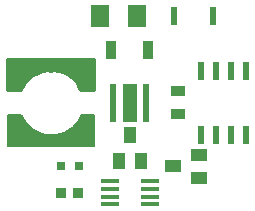
<source format=gtp>
G75*
%MOIN*%
%OFA0B0*%
%FSLAX25Y25*%
%IPPOS*%
%LPD*%
%AMOC8*
5,1,8,0,0,1.08239X$1,22.5*
%
%ADD10R,0.05118X0.03543*%
%ADD11R,0.02165X0.05906*%
%ADD12R,0.03937X0.05512*%
%ADD13R,0.01969X0.12992*%
%ADD14R,0.05118X0.12992*%
%ADD15R,0.05000X0.05000*%
%ADD16C,0.01200*%
%ADD17C,0.00160*%
%ADD18C,0.00500*%
%ADD19R,0.06299X0.07480*%
%ADD20R,0.03543X0.06299*%
%ADD21R,0.06299X0.01181*%
%ADD22R,0.03740X0.03740*%
%ADD23R,0.03150X0.03150*%
%ADD24R,0.05512X0.03937*%
D10*
X0072332Y0044110D03*
X0072332Y0051590D03*
D11*
X0079832Y0058480D03*
X0084832Y0058480D03*
X0089832Y0058480D03*
X0094832Y0058480D03*
X0083730Y0076600D03*
X0070935Y0076600D03*
X0079832Y0037220D03*
X0084832Y0037220D03*
X0089832Y0037220D03*
X0094832Y0037220D03*
D12*
X0059823Y0028519D03*
X0052342Y0028519D03*
X0056082Y0037181D03*
D13*
X0050571Y0047850D03*
X0061594Y0047850D03*
D14*
X0056082Y0047850D03*
D15*
X0018021Y0036039D03*
X0018021Y0059661D03*
D16*
X0015462Y0059180D02*
X0044202Y0059180D01*
X0044202Y0057982D02*
X0034738Y0057982D01*
X0034954Y0057903D02*
X0033724Y0058349D01*
X0032439Y0058597D01*
X0031131Y0058641D01*
X0029832Y0058480D01*
X0028526Y0058688D01*
X0027204Y0058680D01*
X0025900Y0058454D01*
X0024652Y0058018D01*
X0023492Y0057383D01*
X0022452Y0056566D01*
X0021559Y0055589D01*
X0020840Y0054479D01*
X0020312Y0053267D01*
X0019990Y0051984D01*
X0015462Y0051984D01*
X0015462Y0062220D01*
X0044202Y0062220D01*
X0044202Y0051984D01*
X0039675Y0051984D01*
X0039313Y0053241D01*
X0038758Y0054426D01*
X0038025Y0055510D01*
X0037131Y0056466D01*
X0036099Y0057270D01*
X0034954Y0057903D01*
X0036724Y0056783D02*
X0044202Y0056783D01*
X0044202Y0055584D02*
X0037955Y0055584D01*
X0038777Y0054386D02*
X0044202Y0054386D01*
X0044202Y0053187D02*
X0039328Y0053187D01*
X0039673Y0051989D02*
X0044202Y0051989D01*
X0044202Y0060379D02*
X0015462Y0060379D01*
X0015462Y0061577D02*
X0044202Y0061577D01*
X0024586Y0057982D02*
X0015462Y0057982D01*
X0015462Y0056783D02*
X0022728Y0056783D01*
X0021557Y0055584D02*
X0015462Y0055584D01*
X0015462Y0054386D02*
X0020799Y0054386D01*
X0020292Y0053187D02*
X0015462Y0053187D01*
X0015462Y0051989D02*
X0019991Y0051989D01*
D17*
X0018728Y0043207D02*
X0020055Y0043765D01*
X0020160Y0043527D01*
X0020272Y0043292D01*
X0020388Y0043060D01*
X0020511Y0042831D01*
X0020639Y0042605D01*
X0020773Y0042382D01*
X0020912Y0042162D01*
X0021056Y0041946D01*
X0021206Y0041733D01*
X0021360Y0041524D01*
X0021520Y0041319D01*
X0021685Y0041118D01*
X0021854Y0040921D01*
X0022028Y0040728D01*
X0022207Y0040540D01*
X0022391Y0040356D01*
X0022579Y0040176D01*
X0022771Y0040001D01*
X0022968Y0039831D01*
X0023168Y0039666D01*
X0023373Y0039505D01*
X0023581Y0039350D01*
X0023793Y0039200D01*
X0024009Y0039054D01*
X0024228Y0038915D01*
X0024450Y0038780D01*
X0024676Y0038652D01*
X0024905Y0038528D01*
X0025137Y0038410D01*
X0025371Y0038298D01*
X0025608Y0038192D01*
X0025848Y0038092D01*
X0026090Y0037997D01*
X0026335Y0037908D01*
X0026581Y0037826D01*
X0026829Y0037749D01*
X0027080Y0037679D01*
X0027331Y0037614D01*
X0027585Y0037556D01*
X0027839Y0037504D01*
X0028095Y0037458D01*
X0028352Y0037418D01*
X0028610Y0037385D01*
X0028869Y0037358D01*
X0029128Y0037337D01*
X0029387Y0037323D01*
X0029647Y0037315D01*
X0029907Y0037313D01*
X0030167Y0037318D01*
X0030426Y0037329D01*
X0030686Y0037346D01*
X0030945Y0037370D01*
X0031203Y0037400D01*
X0031460Y0037436D01*
X0031717Y0037478D01*
X0031972Y0037527D01*
X0032226Y0037582D01*
X0032479Y0037643D01*
X0032730Y0037710D01*
X0032979Y0037784D01*
X0033227Y0037863D01*
X0033472Y0037949D01*
X0033715Y0038040D01*
X0033957Y0038137D01*
X0034195Y0038240D01*
X0034431Y0038349D01*
X0034664Y0038464D01*
X0034895Y0038584D01*
X0035122Y0038710D01*
X0035346Y0038842D01*
X0035567Y0038978D01*
X0035785Y0039121D01*
X0035999Y0039268D01*
X0036209Y0039421D01*
X0036416Y0039578D01*
X0036619Y0039741D01*
X0036817Y0039909D01*
X0037012Y0040081D01*
X0037202Y0040258D01*
X0037388Y0040440D01*
X0037570Y0040626D01*
X0037746Y0040817D01*
X0037919Y0041011D01*
X0038086Y0041210D01*
X0038248Y0041413D01*
X0038406Y0041620D01*
X0038558Y0041831D01*
X0038705Y0042045D01*
X0038847Y0042263D01*
X0038983Y0042484D01*
X0039115Y0042708D01*
X0039240Y0042936D01*
X0039360Y0043167D01*
X0039474Y0043400D01*
X0039583Y0043636D01*
X0039686Y0043875D01*
X0041019Y0043332D01*
X0040903Y0043060D01*
X0040780Y0042792D01*
X0040650Y0042527D01*
X0040514Y0042265D01*
X0040372Y0042006D01*
X0040223Y0041751D01*
X0040068Y0041499D01*
X0039907Y0041252D01*
X0039740Y0041008D01*
X0039567Y0040769D01*
X0039389Y0040534D01*
X0039204Y0040303D01*
X0039014Y0040077D01*
X0038819Y0039856D01*
X0038618Y0039639D01*
X0038412Y0039428D01*
X0038201Y0039221D01*
X0037985Y0039020D01*
X0037764Y0038824D01*
X0037539Y0038633D01*
X0037309Y0038448D01*
X0037074Y0038269D01*
X0036835Y0038096D01*
X0036592Y0037928D01*
X0036345Y0037766D01*
X0036094Y0037611D01*
X0035839Y0037461D01*
X0035581Y0037318D01*
X0035319Y0037181D01*
X0035054Y0037051D01*
X0034786Y0036927D01*
X0034515Y0036810D01*
X0034241Y0036699D01*
X0033965Y0036595D01*
X0033686Y0036498D01*
X0033405Y0036408D01*
X0033122Y0036325D01*
X0032837Y0036248D01*
X0032550Y0036179D01*
X0032261Y0036116D01*
X0031971Y0036061D01*
X0031680Y0036013D01*
X0031387Y0035971D01*
X0031094Y0035937D01*
X0030800Y0035911D01*
X0030505Y0035891D01*
X0030210Y0035878D01*
X0029915Y0035873D01*
X0029620Y0035875D01*
X0029325Y0035884D01*
X0029030Y0035901D01*
X0028735Y0035924D01*
X0028442Y0035955D01*
X0028149Y0035993D01*
X0027857Y0036038D01*
X0027566Y0036090D01*
X0027277Y0036149D01*
X0026989Y0036215D01*
X0026703Y0036289D01*
X0026419Y0036369D01*
X0026137Y0036456D01*
X0025857Y0036550D01*
X0025580Y0036651D01*
X0025305Y0036758D01*
X0025032Y0036872D01*
X0024763Y0036993D01*
X0024496Y0037121D01*
X0024233Y0037254D01*
X0023973Y0037395D01*
X0023717Y0037541D01*
X0023464Y0037694D01*
X0023215Y0037853D01*
X0022970Y0038018D01*
X0022730Y0038188D01*
X0022493Y0038365D01*
X0022261Y0038547D01*
X0022033Y0038735D01*
X0021810Y0038929D01*
X0021592Y0039128D01*
X0021378Y0039332D01*
X0021170Y0039541D01*
X0020967Y0039755D01*
X0020769Y0039975D01*
X0020577Y0040199D01*
X0020390Y0040427D01*
X0020208Y0040660D01*
X0020033Y0040898D01*
X0019863Y0041139D01*
X0019699Y0041385D01*
X0019542Y0041635D01*
X0019390Y0041888D01*
X0019245Y0042145D01*
X0019106Y0042406D01*
X0018973Y0042669D01*
X0018847Y0042936D01*
X0018727Y0043206D01*
X0018867Y0043265D01*
X0018985Y0042998D01*
X0019109Y0042735D01*
X0019240Y0042474D01*
X0019378Y0042217D01*
X0019521Y0041963D01*
X0019671Y0041713D01*
X0019826Y0041466D01*
X0019988Y0041224D01*
X0020156Y0040985D01*
X0020329Y0040751D01*
X0020508Y0040521D01*
X0020693Y0040295D01*
X0020883Y0040074D01*
X0021078Y0039857D01*
X0021279Y0039646D01*
X0021484Y0039439D01*
X0021695Y0039238D01*
X0021911Y0039041D01*
X0022131Y0038850D01*
X0022356Y0038665D01*
X0022585Y0038485D01*
X0022819Y0038310D01*
X0023057Y0038142D01*
X0023299Y0037979D01*
X0023544Y0037822D01*
X0023794Y0037671D01*
X0024047Y0037526D01*
X0024304Y0037388D01*
X0024564Y0037256D01*
X0024827Y0037130D01*
X0025093Y0037011D01*
X0025362Y0036898D01*
X0025633Y0036792D01*
X0025907Y0036692D01*
X0026184Y0036600D01*
X0026462Y0036514D01*
X0026743Y0036434D01*
X0027025Y0036362D01*
X0027309Y0036297D01*
X0027595Y0036238D01*
X0027882Y0036187D01*
X0028170Y0036142D01*
X0028459Y0036105D01*
X0028749Y0036075D01*
X0029040Y0036051D01*
X0029331Y0036035D01*
X0029623Y0036026D01*
X0029914Y0036024D01*
X0030206Y0036029D01*
X0030497Y0036042D01*
X0030788Y0036061D01*
X0031078Y0036088D01*
X0031368Y0036121D01*
X0031657Y0036162D01*
X0031944Y0036210D01*
X0032231Y0036264D01*
X0032516Y0036326D01*
X0032799Y0036394D01*
X0033081Y0036470D01*
X0033360Y0036552D01*
X0033638Y0036641D01*
X0033913Y0036737D01*
X0034186Y0036840D01*
X0034457Y0036949D01*
X0034724Y0037065D01*
X0034989Y0037187D01*
X0035250Y0037316D01*
X0035509Y0037451D01*
X0035764Y0037592D01*
X0036015Y0037740D01*
X0036263Y0037893D01*
X0036507Y0038053D01*
X0036747Y0038218D01*
X0036983Y0038390D01*
X0037215Y0038567D01*
X0037442Y0038749D01*
X0037665Y0038938D01*
X0037883Y0039131D01*
X0038096Y0039330D01*
X0038305Y0039534D01*
X0038508Y0039743D01*
X0038706Y0039956D01*
X0038899Y0040175D01*
X0039087Y0040398D01*
X0039269Y0040626D01*
X0039445Y0040858D01*
X0039616Y0041095D01*
X0039781Y0041335D01*
X0039940Y0041579D01*
X0040093Y0041828D01*
X0040240Y0042080D01*
X0040380Y0042335D01*
X0040515Y0042594D01*
X0040643Y0042856D01*
X0040764Y0043121D01*
X0040880Y0043389D01*
X0040740Y0043446D01*
X0040626Y0043181D01*
X0040506Y0042919D01*
X0040380Y0042661D01*
X0040247Y0042405D01*
X0040108Y0042153D01*
X0039963Y0041905D01*
X0039812Y0041660D01*
X0039655Y0041418D01*
X0039492Y0041181D01*
X0039324Y0040947D01*
X0039149Y0040718D01*
X0038970Y0040493D01*
X0038784Y0040273D01*
X0038594Y0040057D01*
X0038398Y0039846D01*
X0038197Y0039640D01*
X0037992Y0039439D01*
X0037781Y0039242D01*
X0037566Y0039051D01*
X0037346Y0038866D01*
X0037121Y0038685D01*
X0036893Y0038511D01*
X0036660Y0038341D01*
X0036423Y0038178D01*
X0036182Y0038020D01*
X0035937Y0037869D01*
X0035689Y0037723D01*
X0035437Y0037584D01*
X0035182Y0037450D01*
X0034924Y0037323D01*
X0034662Y0037203D01*
X0034398Y0037088D01*
X0034131Y0036981D01*
X0033862Y0036879D01*
X0033590Y0036785D01*
X0033316Y0036697D01*
X0033040Y0036615D01*
X0032761Y0036541D01*
X0032482Y0036473D01*
X0032200Y0036412D01*
X0031918Y0036358D01*
X0031634Y0036311D01*
X0031349Y0036271D01*
X0031063Y0036238D01*
X0030776Y0036212D01*
X0030489Y0036192D01*
X0030201Y0036180D01*
X0029913Y0036175D01*
X0029625Y0036177D01*
X0029338Y0036186D01*
X0029050Y0036202D01*
X0028763Y0036225D01*
X0028477Y0036255D01*
X0028192Y0036292D01*
X0027907Y0036336D01*
X0027624Y0036386D01*
X0027342Y0036444D01*
X0027061Y0036509D01*
X0026782Y0036580D01*
X0026505Y0036658D01*
X0026230Y0036743D01*
X0025957Y0036835D01*
X0025687Y0036933D01*
X0025419Y0037038D01*
X0025153Y0037149D01*
X0024890Y0037267D01*
X0024631Y0037391D01*
X0024374Y0037522D01*
X0024121Y0037658D01*
X0023871Y0037801D01*
X0023624Y0037950D01*
X0023382Y0038105D01*
X0023143Y0038265D01*
X0022908Y0038432D01*
X0022677Y0038604D01*
X0022451Y0038782D01*
X0022229Y0038965D01*
X0022011Y0039154D01*
X0021799Y0039348D01*
X0021591Y0039547D01*
X0021388Y0039751D01*
X0021189Y0039959D01*
X0020997Y0040173D01*
X0020809Y0040391D01*
X0020627Y0040614D01*
X0020450Y0040841D01*
X0020279Y0041073D01*
X0020113Y0041308D01*
X0019954Y0041548D01*
X0019800Y0041791D01*
X0019652Y0042038D01*
X0019510Y0042289D01*
X0019375Y0042543D01*
X0019245Y0042800D01*
X0019122Y0043060D01*
X0019006Y0043323D01*
X0019145Y0043382D01*
X0019260Y0043122D01*
X0019382Y0042865D01*
X0019509Y0042611D01*
X0019643Y0042361D01*
X0019783Y0042113D01*
X0019929Y0041870D01*
X0020081Y0041629D01*
X0020238Y0041393D01*
X0020402Y0041160D01*
X0020571Y0040932D01*
X0020745Y0040708D01*
X0020925Y0040488D01*
X0021110Y0040272D01*
X0021301Y0040061D01*
X0021496Y0039855D01*
X0021697Y0039654D01*
X0021902Y0039458D01*
X0022112Y0039266D01*
X0022327Y0039080D01*
X0022546Y0038899D01*
X0022770Y0038724D01*
X0022997Y0038554D01*
X0023229Y0038389D01*
X0023465Y0038231D01*
X0023705Y0038078D01*
X0023948Y0037931D01*
X0024194Y0037790D01*
X0024445Y0037655D01*
X0024698Y0037526D01*
X0024954Y0037404D01*
X0025214Y0037288D01*
X0025476Y0037178D01*
X0025740Y0037074D01*
X0026007Y0036977D01*
X0026277Y0036887D01*
X0026548Y0036803D01*
X0026822Y0036726D01*
X0027097Y0036655D01*
X0027374Y0036592D01*
X0027652Y0036535D01*
X0027932Y0036485D01*
X0028213Y0036441D01*
X0028495Y0036405D01*
X0028777Y0036375D01*
X0029061Y0036353D01*
X0029344Y0036337D01*
X0029628Y0036328D01*
X0029912Y0036326D01*
X0030197Y0036331D01*
X0030480Y0036343D01*
X0030764Y0036362D01*
X0031047Y0036388D01*
X0031329Y0036421D01*
X0031611Y0036460D01*
X0031891Y0036507D01*
X0032170Y0036560D01*
X0032448Y0036620D01*
X0032724Y0036687D01*
X0032998Y0036761D01*
X0033271Y0036841D01*
X0033542Y0036928D01*
X0033810Y0037021D01*
X0034076Y0037121D01*
X0034339Y0037228D01*
X0034600Y0037340D01*
X0034858Y0037459D01*
X0035113Y0037585D01*
X0035365Y0037716D01*
X0035614Y0037854D01*
X0035859Y0037998D01*
X0036100Y0038148D01*
X0036338Y0038303D01*
X0036572Y0038464D01*
X0036802Y0038631D01*
X0037028Y0038804D01*
X0037249Y0038982D01*
X0037466Y0039165D01*
X0037679Y0039354D01*
X0037887Y0039547D01*
X0038090Y0039746D01*
X0038288Y0039950D01*
X0038482Y0040158D01*
X0038670Y0040371D01*
X0038852Y0040589D01*
X0039030Y0040810D01*
X0039202Y0041037D01*
X0039368Y0041267D01*
X0039529Y0041501D01*
X0039684Y0041740D01*
X0039833Y0041981D01*
X0039976Y0042227D01*
X0040113Y0042476D01*
X0040244Y0042728D01*
X0040369Y0042983D01*
X0040488Y0043241D01*
X0040600Y0043503D01*
X0040460Y0043560D01*
X0040349Y0043302D01*
X0040232Y0043047D01*
X0040109Y0042795D01*
X0039980Y0042546D01*
X0039844Y0042301D01*
X0039703Y0042058D01*
X0039556Y0041820D01*
X0039403Y0041585D01*
X0039244Y0041353D01*
X0039080Y0041126D01*
X0038910Y0040903D01*
X0038735Y0040684D01*
X0038555Y0040469D01*
X0038369Y0040259D01*
X0038178Y0040053D01*
X0037983Y0039852D01*
X0037782Y0039656D01*
X0037577Y0039465D01*
X0037367Y0039279D01*
X0037153Y0039098D01*
X0036934Y0038922D01*
X0036711Y0038752D01*
X0036484Y0038587D01*
X0036253Y0038428D01*
X0036019Y0038275D01*
X0035780Y0038127D01*
X0035538Y0037985D01*
X0035293Y0037849D01*
X0035044Y0037719D01*
X0034793Y0037596D01*
X0034538Y0037478D01*
X0034281Y0037367D01*
X0034021Y0037262D01*
X0033758Y0037163D01*
X0033493Y0037071D01*
X0033226Y0036985D01*
X0032957Y0036906D01*
X0032686Y0036833D01*
X0032414Y0036767D01*
X0032140Y0036708D01*
X0031864Y0036655D01*
X0031588Y0036610D01*
X0031310Y0036570D01*
X0031031Y0036538D01*
X0030752Y0036513D01*
X0030472Y0036494D01*
X0030192Y0036482D01*
X0029912Y0036477D01*
X0029631Y0036479D01*
X0029351Y0036488D01*
X0029071Y0036503D01*
X0028791Y0036526D01*
X0028512Y0036555D01*
X0028234Y0036591D01*
X0027957Y0036633D01*
X0027681Y0036683D01*
X0027406Y0036739D01*
X0027133Y0036802D01*
X0026861Y0036872D01*
X0026591Y0036948D01*
X0026323Y0037031D01*
X0026057Y0037120D01*
X0025794Y0037215D01*
X0025533Y0037318D01*
X0025274Y0037426D01*
X0025018Y0037541D01*
X0024765Y0037662D01*
X0024515Y0037789D01*
X0024268Y0037922D01*
X0024025Y0038061D01*
X0023785Y0038206D01*
X0023548Y0038357D01*
X0023315Y0038513D01*
X0023087Y0038676D01*
X0022862Y0038843D01*
X0022641Y0039016D01*
X0022425Y0039195D01*
X0022213Y0039379D01*
X0022006Y0039567D01*
X0021803Y0039761D01*
X0021605Y0039960D01*
X0021412Y0040163D01*
X0021224Y0040372D01*
X0021041Y0040584D01*
X0020864Y0040801D01*
X0020691Y0041023D01*
X0020525Y0041248D01*
X0020363Y0041478D01*
X0020208Y0041711D01*
X0020058Y0041948D01*
X0019914Y0042189D01*
X0019776Y0042433D01*
X0019644Y0042680D01*
X0019518Y0042931D01*
X0019398Y0043184D01*
X0019284Y0043441D01*
X0019423Y0043499D01*
X0019536Y0043246D01*
X0019654Y0042996D01*
X0019778Y0042749D01*
X0019909Y0042505D01*
X0020045Y0042264D01*
X0020187Y0042026D01*
X0020335Y0041792D01*
X0020489Y0041562D01*
X0020648Y0041336D01*
X0020812Y0041113D01*
X0020982Y0040895D01*
X0021158Y0040681D01*
X0021338Y0040471D01*
X0021523Y0040265D01*
X0021714Y0040065D01*
X0021909Y0039869D01*
X0022109Y0039677D01*
X0022314Y0039491D01*
X0022523Y0039310D01*
X0022736Y0039134D01*
X0022954Y0038963D01*
X0023176Y0038797D01*
X0023402Y0038637D01*
X0023631Y0038483D01*
X0023865Y0038334D01*
X0024102Y0038191D01*
X0024342Y0038054D01*
X0024585Y0037922D01*
X0024832Y0037797D01*
X0025082Y0037678D01*
X0025334Y0037564D01*
X0025590Y0037457D01*
X0025847Y0037357D01*
X0026107Y0037262D01*
X0026370Y0037174D01*
X0026634Y0037093D01*
X0026901Y0037017D01*
X0027169Y0036949D01*
X0027438Y0036887D01*
X0027710Y0036831D01*
X0027982Y0036782D01*
X0028255Y0036740D01*
X0028530Y0036705D01*
X0028805Y0036676D01*
X0029081Y0036654D01*
X0029357Y0036639D01*
X0029634Y0036630D01*
X0029911Y0036628D01*
X0030187Y0036633D01*
X0030464Y0036645D01*
X0030740Y0036663D01*
X0031016Y0036688D01*
X0031291Y0036720D01*
X0031565Y0036759D01*
X0031838Y0036804D01*
X0032109Y0036856D01*
X0032380Y0036914D01*
X0032649Y0036980D01*
X0032916Y0037051D01*
X0033182Y0037129D01*
X0033445Y0037214D01*
X0033707Y0037305D01*
X0033966Y0037402D01*
X0034222Y0037506D01*
X0034476Y0037616D01*
X0034727Y0037732D01*
X0034976Y0037854D01*
X0035221Y0037982D01*
X0035463Y0038116D01*
X0035702Y0038256D01*
X0035937Y0038402D01*
X0036169Y0038553D01*
X0036397Y0038710D01*
X0036621Y0038873D01*
X0036841Y0039041D01*
X0037056Y0039214D01*
X0037268Y0039393D01*
X0037475Y0039576D01*
X0037677Y0039765D01*
X0037875Y0039958D01*
X0038068Y0040157D01*
X0038257Y0040359D01*
X0038440Y0040567D01*
X0038618Y0040779D01*
X0038791Y0040995D01*
X0038958Y0041215D01*
X0039120Y0041440D01*
X0039277Y0041668D01*
X0039428Y0041900D01*
X0039573Y0042135D01*
X0039713Y0042374D01*
X0039846Y0042617D01*
X0039974Y0042862D01*
X0040095Y0043111D01*
X0040211Y0043362D01*
X0040320Y0043616D01*
X0040180Y0043673D01*
X0040072Y0043423D01*
X0039958Y0043175D01*
X0039838Y0042929D01*
X0039713Y0042687D01*
X0039581Y0042448D01*
X0039443Y0042212D01*
X0039300Y0041980D01*
X0039151Y0041751D01*
X0038996Y0041526D01*
X0038836Y0041304D01*
X0038671Y0041087D01*
X0038501Y0040874D01*
X0038325Y0040665D01*
X0038144Y0040460D01*
X0037958Y0040260D01*
X0037768Y0040064D01*
X0037573Y0039874D01*
X0037373Y0039688D01*
X0037169Y0039506D01*
X0036960Y0039330D01*
X0036747Y0039159D01*
X0036530Y0038994D01*
X0036309Y0038833D01*
X0036084Y0038678D01*
X0035856Y0038529D01*
X0035624Y0038385D01*
X0035388Y0038247D01*
X0035149Y0038115D01*
X0034907Y0037988D01*
X0034662Y0037868D01*
X0034414Y0037753D01*
X0034164Y0037645D01*
X0033910Y0037543D01*
X0033655Y0037447D01*
X0033397Y0037357D01*
X0033137Y0037274D01*
X0032875Y0037196D01*
X0032611Y0037126D01*
X0032346Y0037062D01*
X0032079Y0037004D01*
X0031811Y0036953D01*
X0031542Y0036908D01*
X0031271Y0036870D01*
X0031000Y0036839D01*
X0030728Y0036814D01*
X0030456Y0036796D01*
X0030183Y0036784D01*
X0029910Y0036779D01*
X0029637Y0036781D01*
X0029364Y0036789D01*
X0029091Y0036805D01*
X0028819Y0036826D01*
X0028548Y0036855D01*
X0028277Y0036890D01*
X0028007Y0036931D01*
X0027738Y0036979D01*
X0027471Y0037034D01*
X0027205Y0037095D01*
X0026940Y0037163D01*
X0026677Y0037237D01*
X0026416Y0037318D01*
X0026158Y0037405D01*
X0025901Y0037498D01*
X0025647Y0037597D01*
X0025395Y0037703D01*
X0025146Y0037814D01*
X0024899Y0037932D01*
X0024656Y0038056D01*
X0024416Y0038185D01*
X0024178Y0038321D01*
X0023945Y0038462D01*
X0023715Y0038609D01*
X0023488Y0038761D01*
X0023265Y0038919D01*
X0023046Y0039082D01*
X0022832Y0039251D01*
X0022621Y0039425D01*
X0022415Y0039603D01*
X0022213Y0039787D01*
X0022015Y0039976D01*
X0021823Y0040169D01*
X0021635Y0040368D01*
X0021452Y0040570D01*
X0021274Y0040777D01*
X0021101Y0040988D01*
X0020933Y0041204D01*
X0020771Y0041423D01*
X0020614Y0041647D01*
X0020462Y0041874D01*
X0020316Y0042105D01*
X0020176Y0042339D01*
X0020041Y0042577D01*
X0019913Y0042817D01*
X0019790Y0043061D01*
X0019673Y0043308D01*
X0019563Y0043558D01*
X0019702Y0043616D01*
X0019811Y0043370D01*
X0019926Y0043127D01*
X0020047Y0042886D01*
X0020174Y0042648D01*
X0020307Y0042414D01*
X0020445Y0042183D01*
X0020589Y0041955D01*
X0020739Y0041731D01*
X0020894Y0041511D01*
X0021054Y0041294D01*
X0021219Y0041082D01*
X0021390Y0040874D01*
X0021566Y0040669D01*
X0021746Y0040470D01*
X0021931Y0040274D01*
X0022122Y0040083D01*
X0022316Y0039897D01*
X0022515Y0039716D01*
X0022719Y0039540D01*
X0022927Y0039368D01*
X0023139Y0039202D01*
X0023355Y0039041D01*
X0023574Y0038885D01*
X0023798Y0038735D01*
X0024025Y0038590D01*
X0024255Y0038451D01*
X0024489Y0038317D01*
X0024726Y0038189D01*
X0024966Y0038067D01*
X0025209Y0037951D01*
X0025455Y0037841D01*
X0025704Y0037737D01*
X0025954Y0037639D01*
X0026208Y0037547D01*
X0026463Y0037461D01*
X0026720Y0037382D01*
X0026980Y0037309D01*
X0027240Y0037242D01*
X0027503Y0037182D01*
X0027767Y0037128D01*
X0028032Y0037080D01*
X0028298Y0037039D01*
X0028565Y0037005D01*
X0028833Y0036977D01*
X0029102Y0036955D01*
X0029370Y0036940D01*
X0029640Y0036932D01*
X0029909Y0036930D01*
X0030178Y0036935D01*
X0030447Y0036946D01*
X0030716Y0036964D01*
X0030984Y0036989D01*
X0031252Y0037020D01*
X0031519Y0037057D01*
X0031784Y0037101D01*
X0032049Y0037152D01*
X0032312Y0037209D01*
X0032574Y0037272D01*
X0032834Y0037342D01*
X0033092Y0037418D01*
X0033349Y0037500D01*
X0033603Y0037589D01*
X0033855Y0037683D01*
X0034105Y0037784D01*
X0034352Y0037891D01*
X0034597Y0038004D01*
X0034839Y0038123D01*
X0035077Y0038248D01*
X0035313Y0038378D01*
X0035545Y0038514D01*
X0035774Y0038656D01*
X0036000Y0038803D01*
X0036221Y0038956D01*
X0036439Y0039114D01*
X0036653Y0039278D01*
X0036863Y0039446D01*
X0037069Y0039620D01*
X0037271Y0039799D01*
X0037468Y0039982D01*
X0037661Y0040171D01*
X0037848Y0040364D01*
X0038032Y0040561D01*
X0038210Y0040763D01*
X0038383Y0040969D01*
X0038552Y0041179D01*
X0038715Y0041394D01*
X0038872Y0041612D01*
X0039025Y0041834D01*
X0039172Y0042060D01*
X0039313Y0042289D01*
X0039449Y0042522D01*
X0039579Y0042757D01*
X0039703Y0042996D01*
X0039822Y0043238D01*
X0039934Y0043483D01*
X0040041Y0043730D01*
X0039901Y0043787D01*
X0039796Y0043543D01*
X0039685Y0043302D01*
X0039568Y0043064D01*
X0039445Y0042828D01*
X0039317Y0042595D01*
X0039183Y0042366D01*
X0039044Y0042140D01*
X0038899Y0041917D01*
X0038748Y0041698D01*
X0038593Y0041483D01*
X0038432Y0041272D01*
X0038266Y0041064D01*
X0038095Y0040861D01*
X0037919Y0040662D01*
X0037739Y0040467D01*
X0037553Y0040277D01*
X0037363Y0040091D01*
X0037169Y0039910D01*
X0036970Y0039734D01*
X0036767Y0039563D01*
X0036560Y0039396D01*
X0036349Y0039235D01*
X0036134Y0039079D01*
X0035915Y0038928D01*
X0035693Y0038783D01*
X0035467Y0038643D01*
X0035238Y0038509D01*
X0035005Y0038380D01*
X0034770Y0038257D01*
X0034531Y0038140D01*
X0034290Y0038029D01*
X0034047Y0037923D01*
X0033800Y0037824D01*
X0033552Y0037731D01*
X0033301Y0037643D01*
X0033048Y0037562D01*
X0032793Y0037487D01*
X0032536Y0037418D01*
X0032278Y0037356D01*
X0032019Y0037300D01*
X0031758Y0037250D01*
X0031496Y0037207D01*
X0031233Y0037170D01*
X0030969Y0037139D01*
X0030704Y0037115D01*
X0030439Y0037097D01*
X0030174Y0037086D01*
X0029908Y0037081D01*
X0029643Y0037083D01*
X0029377Y0037091D01*
X0029112Y0037106D01*
X0028847Y0037127D01*
X0028583Y0037155D01*
X0028319Y0037189D01*
X0028057Y0037229D01*
X0027795Y0037276D01*
X0027535Y0037329D01*
X0027276Y0037389D01*
X0027019Y0037455D01*
X0026763Y0037527D01*
X0026510Y0037605D01*
X0026258Y0037690D01*
X0026008Y0037780D01*
X0025761Y0037877D01*
X0025516Y0037980D01*
X0025273Y0038088D01*
X0025034Y0038203D01*
X0024797Y0038323D01*
X0024563Y0038449D01*
X0024332Y0038581D01*
X0024105Y0038718D01*
X0023881Y0038861D01*
X0023661Y0039009D01*
X0023444Y0039163D01*
X0023231Y0039321D01*
X0023022Y0039485D01*
X0022817Y0039654D01*
X0022616Y0039828D01*
X0022420Y0040007D01*
X0022228Y0040191D01*
X0022040Y0040379D01*
X0021857Y0040572D01*
X0021679Y0040769D01*
X0021506Y0040970D01*
X0021338Y0041176D01*
X0021175Y0041385D01*
X0021017Y0041599D01*
X0020864Y0041816D01*
X0020716Y0042037D01*
X0020574Y0042261D01*
X0020438Y0042489D01*
X0020307Y0042720D01*
X0020182Y0042955D01*
X0020062Y0043192D01*
X0019949Y0043432D01*
X0019841Y0043675D01*
X0019980Y0043733D01*
X0020086Y0043494D01*
X0020198Y0043257D01*
X0020316Y0043023D01*
X0020440Y0042792D01*
X0020569Y0042564D01*
X0020703Y0042340D01*
X0020844Y0042118D01*
X0020989Y0041900D01*
X0021140Y0041686D01*
X0021295Y0041476D01*
X0021456Y0041269D01*
X0021622Y0041066D01*
X0021793Y0040868D01*
X0021969Y0040674D01*
X0022149Y0040484D01*
X0022334Y0040298D01*
X0022523Y0040117D01*
X0022717Y0039941D01*
X0022915Y0039769D01*
X0023117Y0039603D01*
X0023323Y0039441D01*
X0023533Y0039284D01*
X0023747Y0039133D01*
X0023964Y0038987D01*
X0024185Y0038846D01*
X0024409Y0038711D01*
X0024637Y0038581D01*
X0024867Y0038457D01*
X0025101Y0038338D01*
X0025337Y0038225D01*
X0025576Y0038118D01*
X0025818Y0038017D01*
X0026062Y0037921D01*
X0026308Y0037832D01*
X0026556Y0037749D01*
X0026806Y0037671D01*
X0027058Y0037600D01*
X0027312Y0037535D01*
X0027567Y0037477D01*
X0027824Y0037424D01*
X0028082Y0037378D01*
X0028341Y0037338D01*
X0028601Y0037305D01*
X0028861Y0037277D01*
X0029122Y0037256D01*
X0029384Y0037242D01*
X0029645Y0037234D01*
X0029907Y0037232D01*
X0030169Y0037237D01*
X0030431Y0037248D01*
X0030692Y0037265D01*
X0030953Y0037289D01*
X0031213Y0037319D01*
X0031473Y0037356D01*
X0031731Y0037399D01*
X0031988Y0037448D01*
X0032244Y0037503D01*
X0032499Y0037565D01*
X0032752Y0037632D01*
X0033003Y0037706D01*
X0033253Y0037786D01*
X0033500Y0037872D01*
X0033745Y0037965D01*
X0033988Y0038063D01*
X0034228Y0038167D01*
X0034466Y0038276D01*
X0034701Y0038392D01*
X0034933Y0038513D01*
X0035163Y0038640D01*
X0035388Y0038772D01*
X0035611Y0038910D01*
X0035830Y0039054D01*
X0036046Y0039202D01*
X0036258Y0039356D01*
X0036466Y0039515D01*
X0036671Y0039679D01*
X0036871Y0039848D01*
X0037067Y0040021D01*
X0037258Y0040200D01*
X0037446Y0040383D01*
X0037629Y0040571D01*
X0037807Y0040763D01*
X0037980Y0040959D01*
X0038149Y0041159D01*
X0038312Y0041364D01*
X0038471Y0041572D01*
X0038624Y0041784D01*
X0038773Y0042000D01*
X0038916Y0042220D01*
X0039053Y0042443D01*
X0039185Y0042669D01*
X0039312Y0042898D01*
X0039433Y0043131D01*
X0039548Y0043366D01*
X0039657Y0043604D01*
X0039761Y0043844D01*
X0040936Y0052493D02*
X0039609Y0051935D01*
X0039504Y0052173D01*
X0039392Y0052408D01*
X0039276Y0052640D01*
X0039153Y0052869D01*
X0039025Y0053095D01*
X0038891Y0053318D01*
X0038752Y0053538D01*
X0038608Y0053754D01*
X0038458Y0053967D01*
X0038304Y0054176D01*
X0038144Y0054381D01*
X0037979Y0054582D01*
X0037810Y0054779D01*
X0037636Y0054972D01*
X0037457Y0055160D01*
X0037273Y0055344D01*
X0037085Y0055524D01*
X0036893Y0055699D01*
X0036696Y0055869D01*
X0036496Y0056034D01*
X0036291Y0056195D01*
X0036083Y0056350D01*
X0035871Y0056500D01*
X0035655Y0056646D01*
X0035436Y0056785D01*
X0035214Y0056920D01*
X0034988Y0057048D01*
X0034759Y0057172D01*
X0034527Y0057290D01*
X0034293Y0057402D01*
X0034056Y0057508D01*
X0033816Y0057608D01*
X0033574Y0057703D01*
X0033329Y0057792D01*
X0033083Y0057874D01*
X0032835Y0057951D01*
X0032584Y0058021D01*
X0032333Y0058086D01*
X0032079Y0058144D01*
X0031825Y0058196D01*
X0031569Y0058242D01*
X0031312Y0058282D01*
X0031054Y0058315D01*
X0030795Y0058342D01*
X0030536Y0058363D01*
X0030277Y0058377D01*
X0030017Y0058385D01*
X0029757Y0058387D01*
X0029497Y0058382D01*
X0029238Y0058371D01*
X0028978Y0058354D01*
X0028719Y0058330D01*
X0028461Y0058300D01*
X0028204Y0058264D01*
X0027947Y0058222D01*
X0027692Y0058173D01*
X0027438Y0058118D01*
X0027185Y0058057D01*
X0026934Y0057990D01*
X0026685Y0057916D01*
X0026437Y0057837D01*
X0026192Y0057751D01*
X0025949Y0057660D01*
X0025707Y0057563D01*
X0025469Y0057460D01*
X0025233Y0057351D01*
X0025000Y0057236D01*
X0024769Y0057116D01*
X0024542Y0056990D01*
X0024318Y0056858D01*
X0024097Y0056722D01*
X0023879Y0056579D01*
X0023665Y0056432D01*
X0023455Y0056279D01*
X0023248Y0056122D01*
X0023045Y0055959D01*
X0022847Y0055791D01*
X0022652Y0055619D01*
X0022462Y0055442D01*
X0022276Y0055260D01*
X0022094Y0055074D01*
X0021918Y0054883D01*
X0021745Y0054689D01*
X0021578Y0054490D01*
X0021416Y0054287D01*
X0021258Y0054080D01*
X0021106Y0053869D01*
X0020959Y0053655D01*
X0020817Y0053437D01*
X0020681Y0053216D01*
X0020549Y0052992D01*
X0020424Y0052764D01*
X0020304Y0052533D01*
X0020190Y0052300D01*
X0020081Y0052064D01*
X0019978Y0051825D01*
X0018645Y0052368D01*
X0018761Y0052640D01*
X0018884Y0052908D01*
X0019014Y0053173D01*
X0019150Y0053435D01*
X0019292Y0053694D01*
X0019441Y0053949D01*
X0019596Y0054201D01*
X0019757Y0054448D01*
X0019924Y0054692D01*
X0020097Y0054931D01*
X0020275Y0055166D01*
X0020460Y0055397D01*
X0020650Y0055623D01*
X0020845Y0055844D01*
X0021046Y0056061D01*
X0021252Y0056272D01*
X0021463Y0056479D01*
X0021679Y0056680D01*
X0021900Y0056876D01*
X0022125Y0057067D01*
X0022355Y0057252D01*
X0022590Y0057431D01*
X0022829Y0057604D01*
X0023072Y0057772D01*
X0023319Y0057934D01*
X0023570Y0058089D01*
X0023825Y0058239D01*
X0024083Y0058382D01*
X0024345Y0058519D01*
X0024610Y0058649D01*
X0024878Y0058773D01*
X0025149Y0058890D01*
X0025423Y0059001D01*
X0025699Y0059105D01*
X0025978Y0059202D01*
X0026259Y0059292D01*
X0026542Y0059375D01*
X0026827Y0059452D01*
X0027114Y0059521D01*
X0027403Y0059584D01*
X0027693Y0059639D01*
X0027984Y0059687D01*
X0028277Y0059729D01*
X0028570Y0059763D01*
X0028864Y0059789D01*
X0029159Y0059809D01*
X0029454Y0059822D01*
X0029749Y0059827D01*
X0030044Y0059825D01*
X0030339Y0059816D01*
X0030634Y0059799D01*
X0030929Y0059776D01*
X0031222Y0059745D01*
X0031515Y0059707D01*
X0031807Y0059662D01*
X0032098Y0059610D01*
X0032387Y0059551D01*
X0032675Y0059485D01*
X0032961Y0059411D01*
X0033245Y0059331D01*
X0033527Y0059244D01*
X0033807Y0059150D01*
X0034084Y0059049D01*
X0034359Y0058942D01*
X0034632Y0058828D01*
X0034901Y0058707D01*
X0035168Y0058579D01*
X0035431Y0058446D01*
X0035691Y0058305D01*
X0035947Y0058159D01*
X0036200Y0058006D01*
X0036449Y0057847D01*
X0036694Y0057682D01*
X0036934Y0057512D01*
X0037171Y0057335D01*
X0037403Y0057153D01*
X0037631Y0056965D01*
X0037854Y0056771D01*
X0038072Y0056572D01*
X0038286Y0056368D01*
X0038494Y0056159D01*
X0038697Y0055945D01*
X0038895Y0055725D01*
X0039087Y0055501D01*
X0039274Y0055273D01*
X0039456Y0055040D01*
X0039631Y0054802D01*
X0039801Y0054561D01*
X0039965Y0054315D01*
X0040122Y0054065D01*
X0040274Y0053812D01*
X0040419Y0053555D01*
X0040558Y0053294D01*
X0040691Y0053031D01*
X0040817Y0052764D01*
X0040937Y0052494D01*
X0040797Y0052435D01*
X0040679Y0052702D01*
X0040555Y0052965D01*
X0040424Y0053226D01*
X0040286Y0053483D01*
X0040143Y0053737D01*
X0039993Y0053987D01*
X0039838Y0054234D01*
X0039676Y0054476D01*
X0039508Y0054715D01*
X0039335Y0054949D01*
X0039156Y0055179D01*
X0038971Y0055405D01*
X0038781Y0055626D01*
X0038586Y0055843D01*
X0038385Y0056054D01*
X0038180Y0056261D01*
X0037969Y0056462D01*
X0037753Y0056659D01*
X0037533Y0056850D01*
X0037308Y0057035D01*
X0037079Y0057215D01*
X0036845Y0057390D01*
X0036607Y0057558D01*
X0036365Y0057721D01*
X0036120Y0057878D01*
X0035870Y0058029D01*
X0035617Y0058174D01*
X0035360Y0058312D01*
X0035100Y0058444D01*
X0034837Y0058570D01*
X0034571Y0058689D01*
X0034302Y0058802D01*
X0034031Y0058908D01*
X0033757Y0059008D01*
X0033480Y0059100D01*
X0033202Y0059186D01*
X0032921Y0059266D01*
X0032639Y0059338D01*
X0032355Y0059403D01*
X0032069Y0059462D01*
X0031782Y0059513D01*
X0031494Y0059558D01*
X0031205Y0059595D01*
X0030915Y0059625D01*
X0030624Y0059649D01*
X0030333Y0059665D01*
X0030041Y0059674D01*
X0029750Y0059676D01*
X0029458Y0059671D01*
X0029167Y0059658D01*
X0028876Y0059639D01*
X0028586Y0059612D01*
X0028296Y0059579D01*
X0028007Y0059538D01*
X0027720Y0059490D01*
X0027433Y0059436D01*
X0027148Y0059374D01*
X0026865Y0059306D01*
X0026583Y0059230D01*
X0026304Y0059148D01*
X0026026Y0059059D01*
X0025751Y0058963D01*
X0025478Y0058860D01*
X0025207Y0058751D01*
X0024940Y0058635D01*
X0024675Y0058513D01*
X0024414Y0058384D01*
X0024155Y0058249D01*
X0023900Y0058108D01*
X0023649Y0057960D01*
X0023401Y0057807D01*
X0023157Y0057647D01*
X0022917Y0057482D01*
X0022681Y0057310D01*
X0022449Y0057133D01*
X0022222Y0056951D01*
X0021999Y0056762D01*
X0021781Y0056569D01*
X0021568Y0056370D01*
X0021359Y0056166D01*
X0021156Y0055957D01*
X0020958Y0055744D01*
X0020765Y0055525D01*
X0020577Y0055302D01*
X0020395Y0055074D01*
X0020219Y0054842D01*
X0020048Y0054605D01*
X0019883Y0054365D01*
X0019724Y0054121D01*
X0019571Y0053872D01*
X0019424Y0053620D01*
X0019284Y0053365D01*
X0019149Y0053106D01*
X0019021Y0052844D01*
X0018900Y0052579D01*
X0018784Y0052311D01*
X0018924Y0052254D01*
X0019038Y0052519D01*
X0019158Y0052781D01*
X0019284Y0053039D01*
X0019417Y0053295D01*
X0019556Y0053547D01*
X0019701Y0053795D01*
X0019852Y0054040D01*
X0020009Y0054282D01*
X0020172Y0054519D01*
X0020340Y0054753D01*
X0020515Y0054982D01*
X0020694Y0055207D01*
X0020880Y0055427D01*
X0021070Y0055643D01*
X0021266Y0055854D01*
X0021467Y0056060D01*
X0021672Y0056261D01*
X0021883Y0056458D01*
X0022098Y0056649D01*
X0022318Y0056834D01*
X0022543Y0057015D01*
X0022771Y0057189D01*
X0023004Y0057359D01*
X0023241Y0057522D01*
X0023482Y0057680D01*
X0023727Y0057831D01*
X0023975Y0057977D01*
X0024227Y0058116D01*
X0024482Y0058250D01*
X0024740Y0058377D01*
X0025002Y0058497D01*
X0025266Y0058612D01*
X0025533Y0058719D01*
X0025802Y0058821D01*
X0026074Y0058915D01*
X0026348Y0059003D01*
X0026624Y0059085D01*
X0026903Y0059159D01*
X0027182Y0059227D01*
X0027464Y0059288D01*
X0027746Y0059342D01*
X0028030Y0059389D01*
X0028315Y0059429D01*
X0028601Y0059462D01*
X0028888Y0059488D01*
X0029175Y0059508D01*
X0029463Y0059520D01*
X0029751Y0059525D01*
X0030039Y0059523D01*
X0030326Y0059514D01*
X0030614Y0059498D01*
X0030901Y0059475D01*
X0031187Y0059445D01*
X0031472Y0059408D01*
X0031757Y0059364D01*
X0032040Y0059314D01*
X0032322Y0059256D01*
X0032603Y0059191D01*
X0032882Y0059120D01*
X0033159Y0059042D01*
X0033434Y0058957D01*
X0033707Y0058865D01*
X0033977Y0058767D01*
X0034245Y0058662D01*
X0034511Y0058551D01*
X0034774Y0058433D01*
X0035033Y0058309D01*
X0035290Y0058178D01*
X0035543Y0058042D01*
X0035793Y0057899D01*
X0036040Y0057750D01*
X0036282Y0057595D01*
X0036521Y0057435D01*
X0036756Y0057268D01*
X0036987Y0057096D01*
X0037213Y0056918D01*
X0037435Y0056735D01*
X0037653Y0056546D01*
X0037865Y0056352D01*
X0038073Y0056153D01*
X0038276Y0055949D01*
X0038475Y0055741D01*
X0038667Y0055527D01*
X0038855Y0055309D01*
X0039037Y0055086D01*
X0039214Y0054859D01*
X0039385Y0054627D01*
X0039551Y0054392D01*
X0039710Y0054152D01*
X0039864Y0053909D01*
X0040012Y0053662D01*
X0040154Y0053411D01*
X0040289Y0053157D01*
X0040419Y0052900D01*
X0040542Y0052640D01*
X0040658Y0052377D01*
X0040519Y0052318D01*
X0040404Y0052578D01*
X0040282Y0052835D01*
X0040155Y0053089D01*
X0040021Y0053339D01*
X0039881Y0053587D01*
X0039735Y0053830D01*
X0039583Y0054071D01*
X0039426Y0054307D01*
X0039262Y0054540D01*
X0039093Y0054768D01*
X0038919Y0054992D01*
X0038739Y0055212D01*
X0038554Y0055428D01*
X0038363Y0055639D01*
X0038168Y0055845D01*
X0037967Y0056046D01*
X0037762Y0056242D01*
X0037552Y0056434D01*
X0037337Y0056620D01*
X0037118Y0056801D01*
X0036894Y0056976D01*
X0036667Y0057146D01*
X0036435Y0057311D01*
X0036199Y0057469D01*
X0035959Y0057622D01*
X0035716Y0057769D01*
X0035470Y0057910D01*
X0035219Y0058045D01*
X0034966Y0058174D01*
X0034710Y0058296D01*
X0034450Y0058412D01*
X0034188Y0058522D01*
X0033924Y0058626D01*
X0033657Y0058723D01*
X0033387Y0058813D01*
X0033116Y0058897D01*
X0032842Y0058974D01*
X0032567Y0059045D01*
X0032290Y0059108D01*
X0032012Y0059165D01*
X0031732Y0059215D01*
X0031451Y0059259D01*
X0031169Y0059295D01*
X0030887Y0059325D01*
X0030603Y0059347D01*
X0030320Y0059363D01*
X0030036Y0059372D01*
X0029752Y0059374D01*
X0029467Y0059369D01*
X0029184Y0059357D01*
X0028900Y0059338D01*
X0028617Y0059312D01*
X0028335Y0059279D01*
X0028053Y0059240D01*
X0027773Y0059193D01*
X0027494Y0059140D01*
X0027216Y0059080D01*
X0026940Y0059013D01*
X0026666Y0058939D01*
X0026393Y0058859D01*
X0026122Y0058772D01*
X0025854Y0058679D01*
X0025588Y0058579D01*
X0025325Y0058472D01*
X0025064Y0058360D01*
X0024806Y0058241D01*
X0024551Y0058115D01*
X0024299Y0057984D01*
X0024050Y0057846D01*
X0023805Y0057702D01*
X0023564Y0057552D01*
X0023326Y0057397D01*
X0023092Y0057236D01*
X0022862Y0057069D01*
X0022636Y0056896D01*
X0022415Y0056718D01*
X0022198Y0056535D01*
X0021985Y0056346D01*
X0021777Y0056153D01*
X0021574Y0055954D01*
X0021376Y0055750D01*
X0021182Y0055542D01*
X0020994Y0055329D01*
X0020812Y0055111D01*
X0020634Y0054890D01*
X0020462Y0054663D01*
X0020296Y0054433D01*
X0020135Y0054199D01*
X0019980Y0053960D01*
X0019831Y0053719D01*
X0019688Y0053473D01*
X0019551Y0053224D01*
X0019420Y0052972D01*
X0019295Y0052717D01*
X0019176Y0052459D01*
X0019064Y0052197D01*
X0019204Y0052140D01*
X0019315Y0052398D01*
X0019432Y0052653D01*
X0019555Y0052905D01*
X0019684Y0053154D01*
X0019820Y0053399D01*
X0019961Y0053642D01*
X0020108Y0053880D01*
X0020261Y0054115D01*
X0020420Y0054347D01*
X0020584Y0054574D01*
X0020754Y0054797D01*
X0020929Y0055016D01*
X0021109Y0055231D01*
X0021295Y0055441D01*
X0021486Y0055647D01*
X0021681Y0055848D01*
X0021882Y0056044D01*
X0022087Y0056235D01*
X0022297Y0056421D01*
X0022511Y0056602D01*
X0022730Y0056778D01*
X0022953Y0056948D01*
X0023180Y0057113D01*
X0023411Y0057272D01*
X0023645Y0057425D01*
X0023884Y0057573D01*
X0024126Y0057715D01*
X0024371Y0057851D01*
X0024620Y0057981D01*
X0024871Y0058104D01*
X0025126Y0058222D01*
X0025383Y0058333D01*
X0025643Y0058438D01*
X0025906Y0058537D01*
X0026171Y0058629D01*
X0026438Y0058715D01*
X0026707Y0058794D01*
X0026978Y0058867D01*
X0027250Y0058933D01*
X0027524Y0058992D01*
X0027800Y0059045D01*
X0028076Y0059090D01*
X0028354Y0059130D01*
X0028633Y0059162D01*
X0028912Y0059187D01*
X0029192Y0059206D01*
X0029472Y0059218D01*
X0029752Y0059223D01*
X0030033Y0059221D01*
X0030313Y0059212D01*
X0030593Y0059197D01*
X0030873Y0059174D01*
X0031152Y0059145D01*
X0031430Y0059109D01*
X0031707Y0059067D01*
X0031983Y0059017D01*
X0032258Y0058961D01*
X0032531Y0058898D01*
X0032803Y0058828D01*
X0033073Y0058752D01*
X0033341Y0058669D01*
X0033607Y0058580D01*
X0033870Y0058485D01*
X0034131Y0058382D01*
X0034390Y0058274D01*
X0034646Y0058159D01*
X0034899Y0058038D01*
X0035149Y0057911D01*
X0035396Y0057778D01*
X0035639Y0057639D01*
X0035879Y0057494D01*
X0036116Y0057343D01*
X0036349Y0057187D01*
X0036577Y0057024D01*
X0036802Y0056857D01*
X0037023Y0056684D01*
X0037239Y0056505D01*
X0037451Y0056321D01*
X0037658Y0056133D01*
X0037861Y0055939D01*
X0038059Y0055740D01*
X0038252Y0055537D01*
X0038440Y0055328D01*
X0038623Y0055116D01*
X0038800Y0054899D01*
X0038973Y0054677D01*
X0039139Y0054452D01*
X0039301Y0054222D01*
X0039456Y0053989D01*
X0039606Y0053752D01*
X0039750Y0053511D01*
X0039888Y0053267D01*
X0040020Y0053020D01*
X0040146Y0052769D01*
X0040266Y0052516D01*
X0040380Y0052259D01*
X0040241Y0052201D01*
X0040128Y0052454D01*
X0040010Y0052704D01*
X0039886Y0052951D01*
X0039755Y0053195D01*
X0039619Y0053436D01*
X0039477Y0053674D01*
X0039329Y0053908D01*
X0039175Y0054138D01*
X0039016Y0054364D01*
X0038852Y0054587D01*
X0038682Y0054805D01*
X0038506Y0055019D01*
X0038326Y0055229D01*
X0038141Y0055435D01*
X0037950Y0055635D01*
X0037755Y0055831D01*
X0037555Y0056023D01*
X0037350Y0056209D01*
X0037141Y0056390D01*
X0036928Y0056566D01*
X0036710Y0056737D01*
X0036488Y0056903D01*
X0036262Y0057063D01*
X0036033Y0057217D01*
X0035799Y0057366D01*
X0035562Y0057509D01*
X0035322Y0057646D01*
X0035079Y0057778D01*
X0034832Y0057903D01*
X0034582Y0058022D01*
X0034330Y0058136D01*
X0034074Y0058243D01*
X0033817Y0058343D01*
X0033557Y0058438D01*
X0033294Y0058526D01*
X0033030Y0058607D01*
X0032763Y0058683D01*
X0032495Y0058751D01*
X0032226Y0058813D01*
X0031954Y0058869D01*
X0031682Y0058918D01*
X0031409Y0058960D01*
X0031134Y0058995D01*
X0030859Y0059024D01*
X0030583Y0059046D01*
X0030307Y0059061D01*
X0030030Y0059070D01*
X0029753Y0059072D01*
X0029477Y0059067D01*
X0029200Y0059055D01*
X0028924Y0059037D01*
X0028648Y0059012D01*
X0028373Y0058980D01*
X0028099Y0058941D01*
X0027826Y0058896D01*
X0027555Y0058844D01*
X0027284Y0058786D01*
X0027015Y0058720D01*
X0026748Y0058649D01*
X0026482Y0058571D01*
X0026219Y0058486D01*
X0025957Y0058395D01*
X0025698Y0058298D01*
X0025442Y0058194D01*
X0025188Y0058084D01*
X0024937Y0057968D01*
X0024688Y0057846D01*
X0024443Y0057718D01*
X0024201Y0057584D01*
X0023962Y0057444D01*
X0023727Y0057298D01*
X0023495Y0057147D01*
X0023267Y0056990D01*
X0023043Y0056827D01*
X0022823Y0056659D01*
X0022608Y0056486D01*
X0022396Y0056307D01*
X0022189Y0056124D01*
X0021987Y0055935D01*
X0021789Y0055742D01*
X0021596Y0055543D01*
X0021407Y0055341D01*
X0021224Y0055133D01*
X0021046Y0054921D01*
X0020873Y0054705D01*
X0020706Y0054485D01*
X0020544Y0054260D01*
X0020387Y0054032D01*
X0020236Y0053800D01*
X0020091Y0053565D01*
X0019951Y0053326D01*
X0019818Y0053083D01*
X0019690Y0052838D01*
X0019569Y0052589D01*
X0019453Y0052338D01*
X0019344Y0052084D01*
X0019484Y0052027D01*
X0019592Y0052277D01*
X0019706Y0052525D01*
X0019826Y0052771D01*
X0019951Y0053013D01*
X0020083Y0053252D01*
X0020221Y0053488D01*
X0020364Y0053720D01*
X0020513Y0053949D01*
X0020668Y0054174D01*
X0020828Y0054396D01*
X0020993Y0054613D01*
X0021163Y0054826D01*
X0021339Y0055035D01*
X0021520Y0055240D01*
X0021706Y0055440D01*
X0021896Y0055636D01*
X0022091Y0055826D01*
X0022291Y0056012D01*
X0022495Y0056194D01*
X0022704Y0056370D01*
X0022917Y0056541D01*
X0023134Y0056706D01*
X0023355Y0056867D01*
X0023580Y0057022D01*
X0023808Y0057171D01*
X0024040Y0057315D01*
X0024276Y0057453D01*
X0024515Y0057585D01*
X0024757Y0057712D01*
X0025002Y0057832D01*
X0025250Y0057947D01*
X0025500Y0058055D01*
X0025754Y0058157D01*
X0026009Y0058253D01*
X0026267Y0058343D01*
X0026527Y0058426D01*
X0026789Y0058504D01*
X0027053Y0058574D01*
X0027318Y0058638D01*
X0027585Y0058696D01*
X0027853Y0058747D01*
X0028122Y0058792D01*
X0028393Y0058830D01*
X0028664Y0058861D01*
X0028936Y0058886D01*
X0029208Y0058904D01*
X0029481Y0058916D01*
X0029754Y0058921D01*
X0030027Y0058919D01*
X0030300Y0058911D01*
X0030573Y0058895D01*
X0030845Y0058874D01*
X0031116Y0058845D01*
X0031387Y0058810D01*
X0031657Y0058769D01*
X0031926Y0058721D01*
X0032193Y0058666D01*
X0032459Y0058605D01*
X0032724Y0058537D01*
X0032987Y0058463D01*
X0033248Y0058382D01*
X0033506Y0058295D01*
X0033763Y0058202D01*
X0034017Y0058103D01*
X0034269Y0057997D01*
X0034518Y0057886D01*
X0034765Y0057768D01*
X0035008Y0057644D01*
X0035248Y0057515D01*
X0035486Y0057379D01*
X0035719Y0057238D01*
X0035949Y0057091D01*
X0036176Y0056939D01*
X0036399Y0056781D01*
X0036618Y0056618D01*
X0036832Y0056449D01*
X0037043Y0056275D01*
X0037249Y0056097D01*
X0037451Y0055913D01*
X0037649Y0055724D01*
X0037841Y0055531D01*
X0038029Y0055332D01*
X0038212Y0055130D01*
X0038390Y0054923D01*
X0038563Y0054712D01*
X0038731Y0054496D01*
X0038893Y0054277D01*
X0039050Y0054053D01*
X0039202Y0053826D01*
X0039348Y0053595D01*
X0039488Y0053361D01*
X0039623Y0053123D01*
X0039751Y0052883D01*
X0039874Y0052639D01*
X0039991Y0052392D01*
X0040101Y0052142D01*
X0039962Y0052084D01*
X0039853Y0052330D01*
X0039738Y0052573D01*
X0039617Y0052814D01*
X0039490Y0053052D01*
X0039357Y0053286D01*
X0039219Y0053517D01*
X0039075Y0053745D01*
X0038925Y0053969D01*
X0038770Y0054189D01*
X0038610Y0054406D01*
X0038445Y0054618D01*
X0038274Y0054826D01*
X0038098Y0055031D01*
X0037918Y0055230D01*
X0037733Y0055426D01*
X0037542Y0055617D01*
X0037348Y0055803D01*
X0037149Y0055984D01*
X0036945Y0056160D01*
X0036737Y0056332D01*
X0036525Y0056498D01*
X0036309Y0056659D01*
X0036090Y0056815D01*
X0035866Y0056965D01*
X0035639Y0057110D01*
X0035409Y0057249D01*
X0035175Y0057383D01*
X0034938Y0057511D01*
X0034698Y0057633D01*
X0034455Y0057749D01*
X0034209Y0057859D01*
X0033960Y0057963D01*
X0033710Y0058061D01*
X0033456Y0058153D01*
X0033201Y0058239D01*
X0032944Y0058318D01*
X0032684Y0058391D01*
X0032424Y0058458D01*
X0032161Y0058518D01*
X0031897Y0058572D01*
X0031632Y0058620D01*
X0031366Y0058661D01*
X0031099Y0058695D01*
X0030831Y0058723D01*
X0030562Y0058745D01*
X0030294Y0058760D01*
X0030024Y0058768D01*
X0029755Y0058770D01*
X0029486Y0058765D01*
X0029217Y0058754D01*
X0028948Y0058736D01*
X0028680Y0058711D01*
X0028412Y0058680D01*
X0028145Y0058643D01*
X0027880Y0058599D01*
X0027615Y0058548D01*
X0027352Y0058491D01*
X0027090Y0058428D01*
X0026830Y0058358D01*
X0026572Y0058282D01*
X0026315Y0058200D01*
X0026061Y0058111D01*
X0025809Y0058017D01*
X0025559Y0057916D01*
X0025312Y0057809D01*
X0025067Y0057696D01*
X0024825Y0057577D01*
X0024587Y0057452D01*
X0024351Y0057322D01*
X0024119Y0057186D01*
X0023890Y0057044D01*
X0023664Y0056897D01*
X0023443Y0056744D01*
X0023225Y0056586D01*
X0023011Y0056422D01*
X0022801Y0056254D01*
X0022595Y0056080D01*
X0022393Y0055901D01*
X0022196Y0055718D01*
X0022003Y0055529D01*
X0021816Y0055336D01*
X0021632Y0055139D01*
X0021454Y0054937D01*
X0021281Y0054731D01*
X0021112Y0054521D01*
X0020949Y0054306D01*
X0020792Y0054088D01*
X0020639Y0053866D01*
X0020492Y0053640D01*
X0020351Y0053411D01*
X0020215Y0053178D01*
X0020085Y0052943D01*
X0019961Y0052704D01*
X0019842Y0052462D01*
X0019730Y0052217D01*
X0019623Y0051970D01*
X0019763Y0051913D01*
X0019868Y0052157D01*
X0019979Y0052398D01*
X0020096Y0052636D01*
X0020219Y0052872D01*
X0020347Y0053105D01*
X0020481Y0053334D01*
X0020620Y0053560D01*
X0020765Y0053783D01*
X0020916Y0054002D01*
X0021071Y0054217D01*
X0021232Y0054428D01*
X0021398Y0054636D01*
X0021569Y0054839D01*
X0021745Y0055038D01*
X0021925Y0055233D01*
X0022111Y0055423D01*
X0022301Y0055609D01*
X0022495Y0055790D01*
X0022694Y0055966D01*
X0022897Y0056137D01*
X0023104Y0056304D01*
X0023315Y0056465D01*
X0023530Y0056621D01*
X0023749Y0056772D01*
X0023971Y0056917D01*
X0024197Y0057057D01*
X0024426Y0057191D01*
X0024659Y0057320D01*
X0024894Y0057443D01*
X0025133Y0057560D01*
X0025374Y0057671D01*
X0025617Y0057777D01*
X0025864Y0057876D01*
X0026112Y0057969D01*
X0026363Y0058057D01*
X0026616Y0058138D01*
X0026871Y0058213D01*
X0027128Y0058282D01*
X0027386Y0058344D01*
X0027645Y0058400D01*
X0027906Y0058450D01*
X0028168Y0058493D01*
X0028431Y0058530D01*
X0028695Y0058561D01*
X0028960Y0058585D01*
X0029225Y0058603D01*
X0029490Y0058614D01*
X0029756Y0058619D01*
X0030021Y0058617D01*
X0030287Y0058609D01*
X0030552Y0058594D01*
X0030817Y0058573D01*
X0031081Y0058545D01*
X0031345Y0058511D01*
X0031607Y0058471D01*
X0031869Y0058424D01*
X0032129Y0058371D01*
X0032388Y0058311D01*
X0032645Y0058245D01*
X0032901Y0058173D01*
X0033154Y0058095D01*
X0033406Y0058010D01*
X0033656Y0057920D01*
X0033903Y0057823D01*
X0034148Y0057720D01*
X0034391Y0057612D01*
X0034630Y0057497D01*
X0034867Y0057377D01*
X0035101Y0057251D01*
X0035332Y0057119D01*
X0035559Y0056982D01*
X0035783Y0056839D01*
X0036003Y0056691D01*
X0036220Y0056537D01*
X0036433Y0056379D01*
X0036642Y0056215D01*
X0036847Y0056046D01*
X0037048Y0055872D01*
X0037244Y0055693D01*
X0037436Y0055509D01*
X0037624Y0055321D01*
X0037807Y0055128D01*
X0037985Y0054931D01*
X0038158Y0054730D01*
X0038326Y0054524D01*
X0038489Y0054315D01*
X0038647Y0054101D01*
X0038800Y0053884D01*
X0038948Y0053663D01*
X0039090Y0053439D01*
X0039226Y0053211D01*
X0039357Y0052980D01*
X0039482Y0052745D01*
X0039602Y0052508D01*
X0039715Y0052268D01*
X0039823Y0052025D01*
X0039684Y0051967D01*
X0039578Y0052206D01*
X0039466Y0052443D01*
X0039348Y0052677D01*
X0039224Y0052908D01*
X0039095Y0053136D01*
X0038961Y0053360D01*
X0038820Y0053582D01*
X0038675Y0053800D01*
X0038524Y0054014D01*
X0038369Y0054224D01*
X0038208Y0054431D01*
X0038042Y0054634D01*
X0037871Y0054832D01*
X0037695Y0055026D01*
X0037515Y0055216D01*
X0037330Y0055402D01*
X0037141Y0055583D01*
X0036947Y0055759D01*
X0036749Y0055931D01*
X0036547Y0056097D01*
X0036341Y0056259D01*
X0036131Y0056416D01*
X0035917Y0056567D01*
X0035700Y0056713D01*
X0035479Y0056854D01*
X0035255Y0056989D01*
X0035027Y0057119D01*
X0034797Y0057243D01*
X0034563Y0057362D01*
X0034327Y0057475D01*
X0034088Y0057582D01*
X0033846Y0057683D01*
X0033602Y0057779D01*
X0033356Y0057868D01*
X0033108Y0057951D01*
X0032858Y0058029D01*
X0032606Y0058100D01*
X0032352Y0058165D01*
X0032097Y0058223D01*
X0031840Y0058276D01*
X0031582Y0058322D01*
X0031323Y0058362D01*
X0031063Y0058395D01*
X0030803Y0058423D01*
X0030542Y0058444D01*
X0030280Y0058458D01*
X0030019Y0058466D01*
X0029757Y0058468D01*
X0029495Y0058463D01*
X0029233Y0058452D01*
X0028972Y0058435D01*
X0028711Y0058411D01*
X0028451Y0058381D01*
X0028191Y0058344D01*
X0027933Y0058301D01*
X0027676Y0058252D01*
X0027420Y0058197D01*
X0027165Y0058135D01*
X0026912Y0058068D01*
X0026661Y0057994D01*
X0026411Y0057914D01*
X0026164Y0057828D01*
X0025919Y0057735D01*
X0025676Y0057637D01*
X0025436Y0057533D01*
X0025198Y0057424D01*
X0024963Y0057308D01*
X0024731Y0057187D01*
X0024501Y0057060D01*
X0024276Y0056928D01*
X0024053Y0056790D01*
X0023834Y0056646D01*
X0023618Y0056498D01*
X0023406Y0056344D01*
X0023198Y0056185D01*
X0022993Y0056021D01*
X0022793Y0055852D01*
X0022597Y0055679D01*
X0022406Y0055500D01*
X0022218Y0055317D01*
X0022035Y0055129D01*
X0021857Y0054937D01*
X0021684Y0054741D01*
X0021515Y0054541D01*
X0021352Y0054336D01*
X0021193Y0054128D01*
X0021040Y0053916D01*
X0020891Y0053700D01*
X0020748Y0053480D01*
X0020611Y0053257D01*
X0020479Y0053031D01*
X0020352Y0052802D01*
X0020231Y0052569D01*
X0020116Y0052334D01*
X0020007Y0052096D01*
X0019903Y0051856D01*
D18*
X0019990Y0043716D02*
X0015462Y0043716D01*
X0015462Y0033480D01*
X0044202Y0033480D01*
X0044202Y0043716D01*
X0039675Y0043716D01*
X0039353Y0042433D01*
X0038825Y0041221D01*
X0038105Y0040111D01*
X0037213Y0039134D01*
X0036173Y0038317D01*
X0035013Y0037682D01*
X0033764Y0037246D01*
X0032461Y0037020D01*
X0031139Y0037012D01*
X0029832Y0037220D01*
X0028534Y0037059D01*
X0027226Y0037103D01*
X0025941Y0037351D01*
X0024711Y0037797D01*
X0023566Y0038430D01*
X0022534Y0039234D01*
X0021640Y0040190D01*
X0020907Y0041274D01*
X0020352Y0042459D01*
X0019990Y0043716D01*
X0020130Y0043229D02*
X0015462Y0043229D01*
X0015462Y0042731D02*
X0020274Y0042731D01*
X0020458Y0042232D02*
X0015462Y0042232D01*
X0015462Y0041734D02*
X0020691Y0041734D01*
X0020933Y0041235D02*
X0015462Y0041235D01*
X0015462Y0040737D02*
X0021270Y0040737D01*
X0021607Y0040238D02*
X0015462Y0040238D01*
X0015462Y0039740D02*
X0022061Y0039740D01*
X0022527Y0039241D02*
X0015462Y0039241D01*
X0015462Y0038743D02*
X0023164Y0038743D01*
X0023901Y0038244D02*
X0015462Y0038244D01*
X0015462Y0037746D02*
X0024852Y0037746D01*
X0026478Y0037247D02*
X0015462Y0037247D01*
X0015462Y0036749D02*
X0044202Y0036749D01*
X0044202Y0037247D02*
X0033768Y0037247D01*
X0035129Y0037746D02*
X0044202Y0037746D01*
X0044202Y0038244D02*
X0036039Y0038244D01*
X0036715Y0038743D02*
X0044202Y0038743D01*
X0044202Y0039241D02*
X0037311Y0039241D01*
X0037766Y0039740D02*
X0044202Y0039740D01*
X0044202Y0040238D02*
X0038188Y0040238D01*
X0038511Y0040737D02*
X0044202Y0040737D01*
X0044202Y0041235D02*
X0038831Y0041235D01*
X0039049Y0041734D02*
X0044202Y0041734D01*
X0044202Y0042232D02*
X0039266Y0042232D01*
X0039428Y0042731D02*
X0044202Y0042731D01*
X0044202Y0043229D02*
X0039553Y0043229D01*
X0044202Y0036250D02*
X0015462Y0036250D01*
X0015462Y0035752D02*
X0044202Y0035752D01*
X0044202Y0035253D02*
X0015462Y0035253D01*
X0015462Y0034755D02*
X0044202Y0034755D01*
X0044202Y0034256D02*
X0015462Y0034256D01*
X0015462Y0033758D02*
X0044202Y0033758D01*
D19*
X0046230Y0076600D03*
X0058435Y0076600D03*
D20*
X0062185Y0065350D03*
X0049980Y0065350D03*
D21*
X0049389Y0021689D03*
X0049389Y0019130D03*
X0049389Y0016570D03*
X0049389Y0014011D03*
X0062775Y0014011D03*
X0062775Y0016570D03*
X0062775Y0019130D03*
X0062775Y0021689D03*
D22*
X0033228Y0017850D03*
X0038937Y0017850D03*
D23*
X0039035Y0026600D03*
X0033130Y0026600D03*
D24*
X0070502Y0026600D03*
X0079163Y0022860D03*
X0079163Y0030340D03*
M02*

</source>
